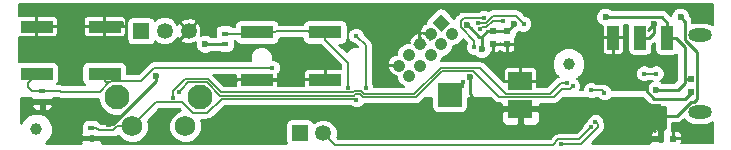
<source format=gbr>
G04 #@! TF.GenerationSoftware,KiCad,Pcbnew,(2016-12-18 revision 3ffa37c)-master*
G04 #@! TF.CreationDate,2017-04-07T22:16:59-07:00*
G04 #@! TF.ProjectId,Pensel,50656E73656C2E6B696361645F706362,rev?*
G04 #@! TF.FileFunction,Copper,L2,Bot,Signal*
G04 #@! TF.FilePolarity,Positive*
%FSLAX46Y46*%
G04 Gerber Fmt 4.6, Leading zero omitted, Abs format (unit mm)*
G04 Created by KiCad (PCBNEW (2016-12-18 revision 3ffa37c)-master) date Friday, April 07, 2017 'PMt' 10:16:59 PM*
%MOMM*%
%LPD*%
G01*
G04 APERTURE LIST*
%ADD10C,0.100000*%
%ADD11C,0.150000*%
%ADD12R,3.657600X2.032000*%
%ADD13R,1.016000X2.032000*%
%ADD14C,1.050000*%
%ADD15R,0.500000X0.600000*%
%ADD16O,2.000000X1.120000*%
%ADD17R,2.000000X2.000000*%
%ADD18R,2.000000X1.600000*%
%ADD19R,2.750000X1.000000*%
%ADD20C,2.100000*%
%ADD21C,1.750000*%
%ADD22R,0.600000X0.500000*%
%ADD23R,1.350000X1.350000*%
%ADD24C,1.350000*%
%ADD25R,0.600000X0.400000*%
%ADD26C,1.000000*%
%ADD27C,0.400000*%
%ADD28C,0.600000*%
%ADD29C,0.130000*%
%ADD30C,0.260000*%
%ADD31C,0.200000*%
%ADD32C,0.254000*%
G04 APERTURE END LIST*
D10*
D11*
X107775000Y-139250000D03*
X108475000Y-139250000D03*
X109175000Y-139250000D03*
X109175000Y-139825000D03*
X108475000Y-139825000D03*
X107775000Y-140475000D03*
X107775000Y-139825000D03*
X108475000Y-140475000D03*
X109175000Y-140475000D03*
X66425000Y-141275000D03*
X68800000Y-145200000D03*
X68800000Y-145800000D03*
X60000000Y-144700000D03*
D12*
X103250000Y-148552000D03*
D13*
X103250000Y-141948000D03*
X105536000Y-141948000D03*
X100964000Y-141948000D03*
D11*
X83700000Y-140800000D03*
X82700000Y-140800000D03*
X82700000Y-141800000D03*
D14*
X86396051Y-140703949D03*
D10*
G36*
X85653589Y-140703949D02*
X86396051Y-139961487D01*
X87138513Y-140703949D01*
X86396051Y-141446411D01*
X85653589Y-140703949D01*
X85653589Y-140703949D01*
G37*
D14*
X85498025Y-141601975D03*
X84600000Y-142500000D03*
X83701974Y-143398026D03*
X82803949Y-144296051D03*
X86396051Y-142500000D03*
X85498025Y-143398026D03*
X84600000Y-144296051D03*
X83701974Y-145194077D03*
X87294077Y-141601975D03*
D11*
X68900000Y-140600000D03*
X68200000Y-140600000D03*
X67500000Y-140600000D03*
X66800000Y-140600000D03*
X66100000Y-140600000D03*
X66100000Y-140100000D03*
X66800000Y-140100000D03*
X67500000Y-140100000D03*
X68200000Y-140100000D03*
X68900000Y-140100000D03*
X69600000Y-140100000D03*
X70400000Y-140100000D03*
X71200000Y-140100000D03*
X72000000Y-140100000D03*
X70000000Y-143100000D03*
X69300000Y-143100000D03*
X69300000Y-143700000D03*
X70000000Y-143700000D03*
X59000000Y-143600000D03*
X64100000Y-143100000D03*
X64700000Y-143100000D03*
X65300000Y-143100000D03*
X66500000Y-143700000D03*
X65900000Y-143700000D03*
X65300000Y-143700000D03*
X64700000Y-143700000D03*
X64100000Y-143700000D03*
X74600000Y-145900000D03*
X73900000Y-145900000D03*
X73200000Y-145900000D03*
X105100000Y-139300000D03*
X102900000Y-145600000D03*
X102400000Y-145600000D03*
X102400000Y-146100000D03*
X102900000Y-146100000D03*
X103400000Y-146100000D03*
X107200000Y-150500000D03*
X107700000Y-150500000D03*
X108200000Y-150500000D03*
X108700000Y-150500000D03*
X109200000Y-150500000D03*
X109200000Y-150000000D03*
X108700000Y-150000000D03*
X108200000Y-150000000D03*
X107700000Y-150000000D03*
X107200000Y-150000000D03*
X107200000Y-149500000D03*
X107700000Y-149500000D03*
X73900000Y-140100000D03*
X72900000Y-140100000D03*
X73900000Y-140700000D03*
X81700000Y-140800000D03*
X80700000Y-140800000D03*
X81700000Y-141800000D03*
X80700000Y-141800000D03*
X81700000Y-142800000D03*
X80700000Y-142800000D03*
X81700000Y-143800000D03*
X80700000Y-143800000D03*
X72900000Y-143700000D03*
X72900000Y-140700000D03*
X75900000Y-142700000D03*
X74900000Y-142700000D03*
X73900000Y-142700000D03*
X72900000Y-142700000D03*
X76900000Y-143700000D03*
X75900000Y-143700000D03*
X74900000Y-143700000D03*
X73900000Y-143700000D03*
X51900000Y-143300000D03*
X51900000Y-142600000D03*
X51900000Y-142100000D03*
X51400000Y-142100000D03*
X51400000Y-142600000D03*
X51400000Y-143100000D03*
X51400000Y-143600000D03*
X60500000Y-144900000D03*
X97600000Y-139700000D03*
X98100000Y-139700000D03*
X98600000Y-139700000D03*
X99100000Y-139700000D03*
X99100000Y-140200000D03*
X98600000Y-140200000D03*
X98100000Y-140200000D03*
X97600000Y-140200000D03*
X104300000Y-139300000D03*
X103500000Y-139300000D03*
X102700000Y-139300000D03*
X101900000Y-139300000D03*
X94100000Y-143100000D03*
X93700000Y-143100000D03*
X93300000Y-143100000D03*
X92900000Y-143100000D03*
X92100000Y-143500000D03*
X92500000Y-143500000D03*
X92900000Y-143500000D03*
X93300000Y-143500000D03*
X93700000Y-143500000D03*
X94100000Y-143500000D03*
X94500000Y-143500000D03*
X94900000Y-143900000D03*
X94500000Y-143900000D03*
X94100000Y-143900000D03*
X93700000Y-143900000D03*
X93300000Y-143900000D03*
X92900000Y-143900000D03*
X92500000Y-143900000D03*
X92100000Y-143900000D03*
X91700000Y-143900000D03*
X101400000Y-143700000D03*
X101000000Y-143700000D03*
X100600000Y-143700000D03*
X100200000Y-143700000D03*
X99800000Y-143700000D03*
X99400000Y-143700000D03*
X99400000Y-144100000D03*
X99800000Y-144100000D03*
X100200000Y-144100000D03*
X100600000Y-144100000D03*
X101000000Y-144100000D03*
X101400000Y-144100000D03*
X101400000Y-144500000D03*
X101000000Y-144500000D03*
X100600000Y-144500000D03*
X100200000Y-144500000D03*
X99800000Y-144500000D03*
X99400000Y-144500000D03*
X109200000Y-149500000D03*
X108700000Y-149500000D03*
X108200000Y-149500000D03*
D15*
X107525000Y-145450000D03*
X107525000Y-146550000D03*
D16*
X108300000Y-148255000D03*
X108300000Y-141745000D03*
D17*
X87100000Y-146800000D03*
D18*
X93100000Y-145625000D03*
X93100000Y-147975000D03*
D19*
X70825000Y-145500000D03*
X76575000Y-145500000D03*
X76575000Y-141500000D03*
X70825000Y-141500000D03*
D20*
X58940000Y-146960000D03*
D21*
X60200000Y-149450000D03*
X64700000Y-149450000D03*
D20*
X65950000Y-146960000D03*
D15*
X92000000Y-142500000D03*
X92000000Y-141400000D03*
X90800000Y-142500000D03*
X90800000Y-141400000D03*
D22*
X106050000Y-150500000D03*
X104950000Y-150500000D03*
D23*
X61000000Y-141400000D03*
D24*
X63000000Y-141400000D03*
X65000000Y-141400000D03*
D25*
X52600000Y-147350000D03*
X52600000Y-146450000D03*
X68100000Y-142500000D03*
X68100000Y-141600000D03*
X56750000Y-149550000D03*
X56750000Y-150450000D03*
D19*
X57900000Y-141000000D03*
X52150000Y-141000000D03*
X52150000Y-145000000D03*
X57900000Y-145000000D03*
D26*
X97200000Y-144200000D03*
X52100000Y-149700000D03*
D23*
X74400000Y-150000000D03*
D24*
X76400000Y-150000000D03*
D27*
X90000000Y-140300000D03*
X72100000Y-144500000D03*
X89154000Y-142748000D03*
D28*
X81100000Y-145900000D03*
X59300000Y-140800000D03*
X104394000Y-143764000D03*
X54650000Y-145275000D03*
X66399998Y-142500000D03*
X91300000Y-147600000D03*
X86500000Y-148600000D03*
X88569998Y-140835010D03*
X89838164Y-142939420D03*
X92517669Y-140803861D03*
X94600000Y-148000000D03*
X106680000Y-140208000D03*
X104394000Y-140808010D03*
X88823191Y-145281447D03*
X58300000Y-149250000D03*
X66800000Y-149000000D03*
X62200000Y-145200000D03*
D27*
X78500000Y-146184968D03*
X79200000Y-147200000D03*
D28*
X104600000Y-146400000D03*
X100330000Y-140208000D03*
D27*
X80000000Y-146200012D03*
X79200000Y-141800000D03*
X89500000Y-140700000D03*
X93400000Y-140800000D03*
X89674025Y-141229375D03*
X91600000Y-140500000D03*
X88200000Y-145700000D03*
X96500000Y-150945010D03*
X99450000Y-149050000D03*
X99082649Y-149502897D03*
X99100000Y-146400000D03*
X100200000Y-146600000D03*
X103600000Y-145000000D03*
X104600000Y-145000000D03*
X64200000Y-146500000D03*
X97536000Y-146050000D03*
X63700000Y-147004990D03*
X97028000Y-145796000D03*
D29*
X89154000Y-142748000D02*
X89154000Y-142179000D01*
X89154000Y-142179000D02*
X88034988Y-141059988D01*
X88034988Y-141059988D02*
X88034988Y-140550081D01*
X88034988Y-140550081D02*
X88285069Y-140300000D01*
X88285069Y-140300000D02*
X90000000Y-140300000D01*
X58457398Y-145600000D02*
X58342399Y-145714999D01*
X61000000Y-145600000D02*
X58457398Y-145600000D01*
X62100000Y-144500000D02*
X61000000Y-145600000D01*
X72100000Y-144500000D02*
X62100000Y-144500000D01*
X58342399Y-145714999D02*
X58285001Y-145714999D01*
X58285001Y-145714999D02*
X57500000Y-146500000D01*
X57500000Y-146500000D02*
X54200000Y-146500000D01*
X54200000Y-146500000D02*
X54150000Y-146450000D01*
X54150000Y-146450000D02*
X52600000Y-146450000D01*
X51400000Y-146100000D02*
X51750000Y-146450000D01*
X51750000Y-146450000D02*
X52600000Y-146450000D01*
X58342399Y-145714999D02*
X57984999Y-145714999D01*
X57984999Y-145714999D02*
X57900000Y-145630000D01*
X57900000Y-145630000D02*
X57900000Y-145000000D01*
X51400000Y-146100000D02*
X51400000Y-145750000D01*
X51400000Y-145750000D02*
X52150000Y-145000000D01*
D30*
X76575000Y-145769968D02*
X76499999Y-145844969D01*
X76575000Y-145500000D02*
X76575000Y-145769968D01*
X107525000Y-146600000D02*
X107015000Y-147110000D01*
X104421998Y-147110000D02*
X103800000Y-146488002D01*
X107525000Y-146550000D02*
X107525000Y-146600000D01*
X107015000Y-147110000D02*
X104421998Y-147110000D01*
X103800000Y-146488002D02*
X103800000Y-146100000D01*
X59300000Y-140800000D02*
X58100000Y-140800000D01*
X58100000Y-140800000D02*
X57900000Y-141000000D01*
X73000000Y-145500000D02*
X70825000Y-145500000D01*
X68100000Y-142500000D02*
X66399998Y-142500000D01*
X108075001Y-143176238D02*
X106999990Y-142101227D01*
X108075001Y-147090001D02*
X108075001Y-143176238D01*
X107770012Y-147394990D02*
X108075001Y-147090001D01*
X106999990Y-142101227D02*
X106999990Y-140527990D01*
X106346763Y-148552000D02*
X107503773Y-147394990D01*
X103250000Y-148552000D02*
X106346763Y-148552000D01*
X106999990Y-140527990D02*
X106979999Y-140507999D01*
X107503773Y-147394990D02*
X107770012Y-147394990D01*
X106979999Y-140507999D02*
X106680000Y-140208000D01*
X88869997Y-141135009D02*
X88569998Y-140835010D01*
X89574986Y-141839998D02*
X88869997Y-141135009D01*
X89850002Y-141839998D02*
X89574986Y-141839998D01*
X89838164Y-142515156D02*
X89838164Y-142939420D01*
X89850002Y-141839998D02*
X89838164Y-141851836D01*
X89838164Y-141851836D02*
X89838164Y-142515156D01*
X92000000Y-141350000D02*
X92517669Y-140832331D01*
X92000000Y-141400000D02*
X92000000Y-141350000D01*
X92517669Y-140832331D02*
X92517669Y-140803861D01*
X62200000Y-145200000D02*
X62200000Y-145624264D01*
X62200000Y-145624264D02*
X58574264Y-149250000D01*
X58574264Y-149250000D02*
X58300000Y-149250000D01*
X104394000Y-141572000D02*
X104394000Y-141232274D01*
X104018000Y-141948000D02*
X104394000Y-141572000D01*
X103250000Y-141948000D02*
X104018000Y-141948000D01*
X104094001Y-141108009D02*
X104394000Y-140808010D01*
X103890010Y-141312000D02*
X104094001Y-141108009D01*
X103886000Y-141312000D02*
X103890010Y-141312000D01*
X104394000Y-141232274D02*
X104394000Y-140808010D01*
X103310000Y-141440000D02*
X103550000Y-141200000D01*
X90800000Y-141400000D02*
X90290000Y-141400000D01*
X90290000Y-141400000D02*
X89850002Y-141839998D01*
X92000000Y-141400000D02*
X90800000Y-141400000D01*
X102700002Y-147050000D02*
X102049999Y-147700003D01*
X102049999Y-147700003D02*
X101750000Y-148000002D01*
X89000000Y-147000000D02*
X89100000Y-147100000D01*
X89000000Y-146900000D02*
X89000000Y-147000000D01*
X88823191Y-146723191D02*
X88823191Y-145281447D01*
X89000000Y-146900000D02*
X88823191Y-146723191D01*
X104498000Y-149800000D02*
X103250000Y-148552000D01*
D29*
X78500000Y-145902126D02*
X78500000Y-146184968D01*
X76575000Y-141500000D02*
X76575000Y-142130000D01*
X78500000Y-144055000D02*
X78500000Y-145902126D01*
X76575000Y-142130000D02*
X78500000Y-144055000D01*
X76575000Y-141500000D02*
X75200000Y-141500000D01*
X75200000Y-141500000D02*
X75100000Y-141400000D01*
X75100000Y-141400000D02*
X72430000Y-141400000D01*
X72430000Y-141400000D02*
X72330000Y-141500000D01*
X72330000Y-141500000D02*
X70825000Y-141500000D01*
X68100000Y-141600000D02*
X70725000Y-141600000D01*
X70725000Y-141600000D02*
X70825000Y-141500000D01*
X60200000Y-149450000D02*
X62250000Y-147400000D01*
X65400000Y-148350000D02*
X66550000Y-148350000D01*
X62250000Y-147400000D02*
X64450000Y-147400000D01*
X66550000Y-148350000D02*
X67800000Y-147100000D01*
X67800000Y-147100000D02*
X79100000Y-147100000D01*
X64450000Y-147400000D02*
X65400000Y-148350000D01*
X79100000Y-147100000D02*
X79200000Y-147200000D01*
X56750000Y-149550000D02*
X57180000Y-149550000D01*
X57180000Y-149550000D02*
X57415001Y-149785001D01*
X57415001Y-149785001D02*
X58627563Y-149785001D01*
X58627563Y-149785001D02*
X58962564Y-149450000D01*
X58962564Y-149450000D02*
X60200000Y-149450000D01*
D30*
X107000000Y-145400000D02*
X107000000Y-142709363D01*
X107000000Y-142709363D02*
X106238637Y-141948000D01*
X106238637Y-141948000D02*
X105536000Y-141948000D01*
X107000000Y-145400000D02*
X107000000Y-145800000D01*
X106400000Y-146400000D02*
X104600000Y-146400000D01*
X107000000Y-145800000D02*
X106400000Y-146400000D01*
X107000000Y-145435000D02*
X107000000Y-145400000D01*
X107525000Y-145450000D02*
X107015000Y-145450000D01*
X107015000Y-145450000D02*
X107000000Y-145435000D01*
X105536000Y-141948000D02*
X105536000Y-140672000D01*
X105536000Y-140672000D02*
X105072000Y-140208000D01*
X105072000Y-140208000D02*
X100330000Y-140208000D01*
D29*
X80000000Y-145917170D02*
X80000000Y-146200012D01*
X80000000Y-142600000D02*
X80000000Y-145917170D01*
X79200000Y-141800000D02*
X80000000Y-142600000D01*
X90784604Y-140100000D02*
X90184604Y-140700000D01*
X90184604Y-140700000D02*
X89782842Y-140700000D01*
X89782842Y-140700000D02*
X89500000Y-140700000D01*
X93400000Y-140800000D02*
X92700000Y-140100000D01*
X92700000Y-140100000D02*
X90784604Y-140100000D01*
X90222939Y-141029376D02*
X89874024Y-141029376D01*
X89874024Y-141029376D02*
X89674025Y-141229375D01*
X90752315Y-140500000D02*
X90222939Y-141029376D01*
X91600000Y-140500000D02*
X90752315Y-140500000D01*
X88200000Y-146130000D02*
X87770000Y-146130000D01*
X87770000Y-146130000D02*
X87100000Y-146800000D01*
X88200000Y-146130000D02*
X88200000Y-145700000D01*
X96782842Y-150945010D02*
X96500000Y-150945010D01*
X99649999Y-149520149D02*
X98225138Y-150945010D01*
X99649999Y-149249999D02*
X99649999Y-149520149D01*
X99450000Y-149050000D02*
X99649999Y-149249999D01*
X98225138Y-150945010D02*
X96782842Y-150945010D01*
X99082649Y-149502897D02*
X98035546Y-150550000D01*
X98035546Y-150550000D02*
X96310408Y-150550000D01*
X96310408Y-150550000D02*
X95860408Y-151000000D01*
X95860408Y-151000000D02*
X77400000Y-151000000D01*
X77400000Y-151000000D02*
X76400000Y-150000000D01*
X76900000Y-150550000D02*
X76400000Y-150050000D01*
X76400000Y-150050000D02*
X76400000Y-150000000D01*
X99382842Y-146400000D02*
X99100000Y-146400000D01*
X100000000Y-146400000D02*
X99382842Y-146400000D01*
X100200000Y-146600000D02*
X100000000Y-146400000D01*
X104600000Y-145000000D02*
X103600000Y-145000000D01*
X66547601Y-145714999D02*
X64985001Y-145714999D01*
X91273545Y-146939999D02*
X89079992Y-144746446D01*
X79110400Y-146705000D02*
X78975409Y-146839989D01*
X79489602Y-146705000D02*
X79110400Y-146705000D01*
X84232700Y-146960011D02*
X79744612Y-146960011D01*
X86446264Y-144746446D02*
X84232700Y-146960011D01*
X89079992Y-144746446D02*
X86446264Y-144746446D01*
X64399999Y-146300001D02*
X64200000Y-146500000D01*
X79744612Y-146960011D02*
X79489602Y-146705000D01*
X64985001Y-145714999D02*
X64399999Y-146300001D01*
X96600000Y-146310010D02*
X95970011Y-146939999D01*
X78975409Y-146839989D02*
X67672591Y-146839989D01*
X67672591Y-146839989D02*
X66547601Y-145714999D01*
X95970011Y-146939999D02*
X91273545Y-146939999D01*
X96600000Y-146310010D02*
X96520000Y-146310010D01*
X96881699Y-146310010D02*
X96600000Y-146310010D01*
X97275990Y-146310010D02*
X96881699Y-146310010D01*
X97536000Y-146050000D02*
X97275990Y-146310010D01*
X91879988Y-146679988D02*
X89686435Y-144486435D01*
X86338565Y-144486435D02*
X84125000Y-146700000D01*
X97028000Y-145796000D02*
X96504000Y-145796000D01*
X79852312Y-146700000D02*
X79597301Y-146444989D01*
X79002699Y-146444991D02*
X78895001Y-146552689D01*
X79597301Y-146444989D02*
X79002701Y-146444989D01*
X96504000Y-145796000D02*
X95620012Y-146679988D01*
X95620012Y-146679988D02*
X91879988Y-146679988D01*
X89686435Y-144486435D02*
X86338565Y-144486435D01*
X84125000Y-146700000D02*
X79852312Y-146700000D01*
X79002701Y-146444989D02*
X79002699Y-146444991D01*
X63700000Y-146722148D02*
X63700000Y-147004990D01*
X66655301Y-145454988D02*
X64662169Y-145454989D01*
X78895001Y-146552689D02*
X78867712Y-146579978D01*
X67780290Y-146579978D02*
X66655301Y-145454988D01*
X64662169Y-145454989D02*
X63700000Y-146417158D01*
X78867712Y-146579978D02*
X67780290Y-146579978D01*
X63700000Y-146417158D02*
X63700000Y-146722148D01*
X78895001Y-146552689D02*
X78873845Y-146573845D01*
D31*
G36*
X107075267Y-149010190D02*
X107421751Y-149241703D01*
X107830457Y-149323000D01*
X108769543Y-149323000D01*
X109178249Y-149241703D01*
X109392000Y-149098879D01*
X109392000Y-150892000D01*
X106732798Y-150892000D01*
X106758000Y-150831156D01*
X106758000Y-150656000D01*
X106656000Y-150554000D01*
X106104000Y-150554000D01*
X106104000Y-150574000D01*
X105996000Y-150574000D01*
X105996000Y-150554000D01*
X105976000Y-150554000D01*
X105976000Y-150446000D01*
X105996000Y-150446000D01*
X105996000Y-149944000D01*
X106104000Y-149944000D01*
X106104000Y-150446000D01*
X106656000Y-150446000D01*
X106758000Y-150344000D01*
X106758000Y-150168844D01*
X106695886Y-150018886D01*
X106581113Y-149904114D01*
X106431156Y-149842000D01*
X106206000Y-149842000D01*
X106104000Y-149944000D01*
X105996000Y-149944000D01*
X105926386Y-149874386D01*
X105933667Y-149190000D01*
X106346763Y-149190000D01*
X106590915Y-149141435D01*
X106797897Y-149003134D01*
X106961342Y-148839689D01*
X107075267Y-149010190D01*
X107075267Y-149010190D01*
G37*
X107075267Y-149010190D02*
X107421751Y-149241703D01*
X107830457Y-149323000D01*
X108769543Y-149323000D01*
X109178249Y-149241703D01*
X109392000Y-149098879D01*
X109392000Y-150892000D01*
X106732798Y-150892000D01*
X106758000Y-150831156D01*
X106758000Y-150656000D01*
X106656000Y-150554000D01*
X106104000Y-150554000D01*
X106104000Y-150574000D01*
X105996000Y-150574000D01*
X105996000Y-150554000D01*
X105976000Y-150554000D01*
X105976000Y-150446000D01*
X105996000Y-150446000D01*
X105996000Y-149944000D01*
X106104000Y-149944000D01*
X106104000Y-150446000D01*
X106656000Y-150446000D01*
X106758000Y-150344000D01*
X106758000Y-150168844D01*
X106695886Y-150018886D01*
X106581113Y-149904114D01*
X106431156Y-149842000D01*
X106206000Y-149842000D01*
X106104000Y-149944000D01*
X105996000Y-149944000D01*
X105926386Y-149874386D01*
X105933667Y-149190000D01*
X106346763Y-149190000D01*
X106590915Y-149141435D01*
X106797897Y-149003134D01*
X106961342Y-148839689D01*
X107075267Y-149010190D01*
G36*
X109392000Y-140901121D02*
X109178249Y-140758297D01*
X108769543Y-140677000D01*
X107830457Y-140677000D01*
X107637990Y-140715284D01*
X107637990Y-140527990D01*
X107589425Y-140283838D01*
X107488067Y-140132145D01*
X107488140Y-140047984D01*
X107365389Y-139750903D01*
X107138293Y-139523410D01*
X106841426Y-139400140D01*
X106519984Y-139399860D01*
X106222903Y-139522611D01*
X105995410Y-139749707D01*
X105872140Y-140046574D01*
X105872088Y-140105820D01*
X105523134Y-139756866D01*
X105316152Y-139618565D01*
X105072000Y-139570000D01*
X100834802Y-139570000D01*
X100788293Y-139523410D01*
X100491426Y-139400140D01*
X100169984Y-139399860D01*
X99872903Y-139522611D01*
X99645410Y-139749707D01*
X99522140Y-140046574D01*
X99521860Y-140368016D01*
X99644611Y-140665097D01*
X99871707Y-140892590D01*
X100048000Y-140965793D01*
X100048000Y-141792000D01*
X100150000Y-141894000D01*
X100910000Y-141894000D01*
X100910000Y-141874000D01*
X101018000Y-141874000D01*
X101018000Y-141894000D01*
X101778000Y-141894000D01*
X101880000Y-141792000D01*
X101880000Y-140850844D01*
X101877994Y-140846000D01*
X102241155Y-140846000D01*
X102224048Y-140932000D01*
X102224048Y-142964000D01*
X102263475Y-143162212D01*
X102375753Y-143330247D01*
X102543788Y-143442525D01*
X102742000Y-143481952D01*
X103758000Y-143481952D01*
X103956212Y-143442525D01*
X104124247Y-143330247D01*
X104236525Y-143162212D01*
X104275952Y-142964000D01*
X104275952Y-142528214D01*
X104469134Y-142399134D01*
X104510048Y-142358220D01*
X104510048Y-142964000D01*
X104549475Y-143162212D01*
X104661753Y-143330247D01*
X104829788Y-143442525D01*
X105028000Y-143481952D01*
X106044000Y-143481952D01*
X106242212Y-143442525D01*
X106362000Y-143362485D01*
X106362000Y-145535732D01*
X106135732Y-145762000D01*
X105104802Y-145762000D01*
X105058293Y-145715410D01*
X104890849Y-145645881D01*
X105000526Y-145600564D01*
X105199864Y-145401574D01*
X105307877Y-145141448D01*
X105308123Y-144859788D01*
X105200564Y-144599474D01*
X105001574Y-144400136D01*
X104741448Y-144292123D01*
X104459788Y-144291877D01*
X104199474Y-144399436D01*
X104171862Y-144427000D01*
X104028391Y-144427000D01*
X104001574Y-144400136D01*
X103741448Y-144292123D01*
X103459788Y-144291877D01*
X103199474Y-144399436D01*
X103000136Y-144598426D01*
X102892123Y-144858552D01*
X102891877Y-145140212D01*
X102999436Y-145400526D01*
X103198426Y-145599864D01*
X103458552Y-145707877D01*
X103740212Y-145708123D01*
X104000526Y-145600564D01*
X104028138Y-145573000D01*
X104171609Y-145573000D01*
X104198426Y-145599864D01*
X104309245Y-145645880D01*
X104142903Y-145714611D01*
X103915410Y-145941707D01*
X103792140Y-146238574D01*
X103792006Y-146392000D01*
X100880114Y-146392000D01*
X100800564Y-146199474D01*
X100601574Y-146000136D01*
X100341448Y-145892123D01*
X100251346Y-145892044D01*
X100219278Y-145870617D01*
X100000000Y-145827000D01*
X99528391Y-145827000D01*
X99501574Y-145800136D01*
X99241448Y-145692123D01*
X98959788Y-145691877D01*
X98699474Y-145799436D01*
X98500136Y-145998426D01*
X98392123Y-146258552D01*
X98392006Y-146392000D01*
X98160601Y-146392000D01*
X98243877Y-146191448D01*
X98244123Y-145909788D01*
X98136564Y-145649474D01*
X97937574Y-145450136D01*
X97849994Y-145413770D01*
X97975029Y-145362107D01*
X98360752Y-144977056D01*
X98569762Y-144473705D01*
X98570237Y-143928686D01*
X98362107Y-143424971D01*
X97977056Y-143039248D01*
X97473705Y-142830238D01*
X96928686Y-142829763D01*
X96424971Y-143037893D01*
X96039248Y-143422944D01*
X95830238Y-143926295D01*
X95829763Y-144471314D01*
X96037893Y-144975029D01*
X96321642Y-145259273D01*
X96284722Y-145266617D01*
X96144941Y-145360016D01*
X96098828Y-145390828D01*
X95382668Y-146106988D01*
X94508000Y-146106988D01*
X94508000Y-145781000D01*
X94406000Y-145679000D01*
X93154000Y-145679000D01*
X93154000Y-145699000D01*
X93046000Y-145699000D01*
X93046000Y-145679000D01*
X91794000Y-145679000D01*
X91741672Y-145731328D01*
X90754188Y-144743844D01*
X91692000Y-144743844D01*
X91692000Y-145469000D01*
X91794000Y-145571000D01*
X93046000Y-145571000D01*
X93046000Y-144519000D01*
X93154000Y-144519000D01*
X93154000Y-145571000D01*
X94406000Y-145571000D01*
X94508000Y-145469000D01*
X94508000Y-144743844D01*
X94445886Y-144593887D01*
X94331114Y-144479114D01*
X94181156Y-144417000D01*
X93256000Y-144417000D01*
X93154000Y-144519000D01*
X93046000Y-144519000D01*
X92944000Y-144417000D01*
X92018844Y-144417000D01*
X91868886Y-144479114D01*
X91754114Y-144593887D01*
X91692000Y-144743844D01*
X90754188Y-144743844D01*
X90091607Y-144081263D01*
X90002128Y-144021475D01*
X89905713Y-143957052D01*
X89686435Y-143913435D01*
X86402525Y-143913435D01*
X86530846Y-143604404D01*
X86530908Y-143533118D01*
X86600626Y-143533179D01*
X86980434Y-143376246D01*
X87271275Y-143085912D01*
X87428872Y-142706378D01*
X87428934Y-142635093D01*
X87498652Y-142635154D01*
X87878460Y-142478221D01*
X88169301Y-142187887D01*
X88223065Y-142058409D01*
X88541504Y-142376848D01*
X88446123Y-142606552D01*
X88445877Y-142888212D01*
X88553436Y-143148526D01*
X88752426Y-143347864D01*
X89012552Y-143455877D01*
X89212205Y-143456051D01*
X89379871Y-143624010D01*
X89676738Y-143747280D01*
X89998180Y-143747560D01*
X90295261Y-143624809D01*
X90522754Y-143397713D01*
X90601530Y-143208000D01*
X90644000Y-143208000D01*
X90746000Y-143106000D01*
X90746000Y-142554000D01*
X90854000Y-142554000D01*
X90854000Y-143106000D01*
X90956000Y-143208000D01*
X91131156Y-143208000D01*
X91281114Y-143145886D01*
X91395886Y-143031113D01*
X91400000Y-143021181D01*
X91404114Y-143031113D01*
X91518886Y-143145886D01*
X91668844Y-143208000D01*
X91844000Y-143208000D01*
X91946000Y-143106000D01*
X91946000Y-142554000D01*
X92054000Y-142554000D01*
X92054000Y-143106000D01*
X92156000Y-143208000D01*
X92331156Y-143208000D01*
X92481114Y-143145886D01*
X92595886Y-143031113D01*
X92658000Y-142881156D01*
X92658000Y-142656000D01*
X92556000Y-142554000D01*
X92054000Y-142554000D01*
X91946000Y-142554000D01*
X91444000Y-142554000D01*
X91400000Y-142598000D01*
X91356000Y-142554000D01*
X90854000Y-142554000D01*
X90746000Y-142554000D01*
X90726000Y-142554000D01*
X90726000Y-142446000D01*
X90746000Y-142446000D01*
X90746000Y-142426000D01*
X90854000Y-142426000D01*
X90854000Y-142446000D01*
X91356000Y-142446000D01*
X91400000Y-142402000D01*
X91444000Y-142446000D01*
X91946000Y-142446000D01*
X91946000Y-142426000D01*
X92054000Y-142426000D01*
X92054000Y-142446000D01*
X92556000Y-142446000D01*
X92658000Y-142344000D01*
X92658000Y-142118844D01*
X92651852Y-142104000D01*
X100048000Y-142104000D01*
X100048000Y-143045156D01*
X100110114Y-143195114D01*
X100224887Y-143309886D01*
X100374844Y-143372000D01*
X100808000Y-143372000D01*
X100910000Y-143270000D01*
X100910000Y-142002000D01*
X101018000Y-142002000D01*
X101018000Y-143270000D01*
X101120000Y-143372000D01*
X101553156Y-143372000D01*
X101703113Y-143309886D01*
X101817886Y-143195114D01*
X101880000Y-143045156D01*
X101880000Y-142104000D01*
X101778000Y-142002000D01*
X101018000Y-142002000D01*
X100910000Y-142002000D01*
X100150000Y-142002000D01*
X100048000Y-142104000D01*
X92651852Y-142104000D01*
X92628573Y-142047800D01*
X92728525Y-141898212D01*
X92767952Y-141700000D01*
X92767952Y-141574704D01*
X92974766Y-141489250D01*
X93044954Y-141419184D01*
X93258552Y-141507877D01*
X93540212Y-141508123D01*
X93800526Y-141400564D01*
X93999864Y-141201574D01*
X94107877Y-140941448D01*
X94108123Y-140659788D01*
X94000564Y-140399474D01*
X93801574Y-140200136D01*
X93541448Y-140092123D01*
X93502433Y-140092089D01*
X93105172Y-139694828D01*
X92919278Y-139570617D01*
X92700000Y-139527000D01*
X90784604Y-139527000D01*
X90565326Y-139570617D01*
X90383019Y-139692431D01*
X90141448Y-139592123D01*
X89859788Y-139591877D01*
X89599474Y-139699436D01*
X89571862Y-139727000D01*
X88285069Y-139727000D01*
X88065791Y-139770617D01*
X87917056Y-139869999D01*
X87879897Y-139894828D01*
X87629816Y-140144909D01*
X87505605Y-140330803D01*
X87504320Y-140337262D01*
X86762298Y-139595240D01*
X86594263Y-139482962D01*
X86396051Y-139443535D01*
X86197839Y-139482962D01*
X86029804Y-139595240D01*
X85287342Y-140337702D01*
X85175064Y-140505737D01*
X85135637Y-140703949D01*
X85142633Y-140739120D01*
X84955742Y-140820399D01*
X84697925Y-141087416D01*
X84568420Y-141400067D01*
X84650464Y-141547975D01*
X85444025Y-141547975D01*
X85444025Y-141226879D01*
X85552025Y-141334879D01*
X85552025Y-141471605D01*
X85512166Y-141511464D01*
X85588536Y-141587834D01*
X85628395Y-141547975D01*
X85765121Y-141547975D01*
X85832353Y-141615207D01*
X85811668Y-141623754D01*
X85779391Y-141655975D01*
X85628395Y-141655975D01*
X85588536Y-141616116D01*
X85512166Y-141692486D01*
X85552025Y-141732345D01*
X85552025Y-141882944D01*
X85520827Y-141914088D01*
X85444025Y-142099047D01*
X85444025Y-141732345D01*
X85483884Y-141692486D01*
X85407514Y-141616116D01*
X85367655Y-141655975D01*
X85008515Y-141655975D01*
X84801908Y-141570395D01*
X84654000Y-141652439D01*
X84654000Y-141655975D01*
X84650464Y-141655975D01*
X84568420Y-141803883D01*
X84654000Y-142000664D01*
X84654000Y-142369630D01*
X84614141Y-142409489D01*
X84690511Y-142485859D01*
X84730370Y-142446000D01*
X85089510Y-142446000D01*
X85093272Y-142447559D01*
X84913642Y-142521780D01*
X84881366Y-142554000D01*
X84730370Y-142554000D01*
X84690511Y-142514141D01*
X84614141Y-142590511D01*
X84654000Y-142630370D01*
X84654000Y-142780969D01*
X84622801Y-142812114D01*
X84600139Y-142866691D01*
X84578220Y-142813643D01*
X84546000Y-142781367D01*
X84546000Y-142630370D01*
X84585859Y-142590511D01*
X84509489Y-142514141D01*
X84469630Y-142554000D01*
X84319030Y-142554000D01*
X84287886Y-142522802D01*
X84102927Y-142446000D01*
X84546000Y-142446000D01*
X84546000Y-141652439D01*
X84398092Y-141570395D01*
X84057717Y-141718424D01*
X83799900Y-141985441D01*
X83670395Y-142298092D01*
X83707525Y-142365030D01*
X83497399Y-142364847D01*
X83117591Y-142521780D01*
X82826750Y-142812114D01*
X82669153Y-143191648D01*
X82668968Y-143403570D01*
X82602041Y-143366446D01*
X82261666Y-143514475D01*
X82003849Y-143781492D01*
X81874344Y-144094143D01*
X81956388Y-144242051D01*
X82749949Y-144242051D01*
X82749949Y-143799009D01*
X82825728Y-143982409D01*
X82857949Y-144014686D01*
X82857949Y-144165681D01*
X82818090Y-144205540D01*
X82894460Y-144281910D01*
X82934319Y-144242051D01*
X83084917Y-144242051D01*
X83116062Y-144273250D01*
X83170639Y-144295912D01*
X83117591Y-144317831D01*
X83085315Y-144350051D01*
X82934319Y-144350051D01*
X82894460Y-144310192D01*
X82818090Y-144386562D01*
X82857949Y-144426421D01*
X82857949Y-144577020D01*
X82826750Y-144608165D01*
X82749949Y-144793122D01*
X82749949Y-144350051D01*
X81956388Y-144350051D01*
X81874344Y-144497959D01*
X82022373Y-144838334D01*
X82289390Y-145096151D01*
X82602041Y-145225656D01*
X82668978Y-145188526D01*
X82668795Y-145398652D01*
X82825728Y-145778460D01*
X83116062Y-146069301D01*
X83255016Y-146127000D01*
X80708064Y-146127000D01*
X80708123Y-146059800D01*
X80600564Y-145799486D01*
X80573000Y-145771874D01*
X80573000Y-142600000D01*
X80529383Y-142380722D01*
X80405172Y-142194828D01*
X79908090Y-141697746D01*
X79908123Y-141659788D01*
X79800564Y-141399474D01*
X79601574Y-141200136D01*
X79341448Y-141092123D01*
X79059788Y-141091877D01*
X78799474Y-141199436D01*
X78600136Y-141398426D01*
X78492123Y-141658552D01*
X78491877Y-141940212D01*
X78599436Y-142200526D01*
X78798426Y-142399864D01*
X79058552Y-142507877D01*
X79097567Y-142507911D01*
X79331771Y-142742115D01*
X79010278Y-142741834D01*
X78658046Y-142887374D01*
X78400157Y-143144813D01*
X77773296Y-142517952D01*
X77950000Y-142517952D01*
X78148212Y-142478525D01*
X78316247Y-142366247D01*
X78428525Y-142198212D01*
X78467952Y-142000000D01*
X78467952Y-141000000D01*
X78428525Y-140801788D01*
X78316247Y-140633753D01*
X78148212Y-140521475D01*
X77950000Y-140482048D01*
X75200000Y-140482048D01*
X75001788Y-140521475D01*
X74833753Y-140633753D01*
X74721475Y-140801788D01*
X74716460Y-140827000D01*
X72683540Y-140827000D01*
X72678525Y-140801788D01*
X72566247Y-140633753D01*
X72398212Y-140521475D01*
X72200000Y-140482048D01*
X69450000Y-140482048D01*
X69251788Y-140521475D01*
X69083753Y-140633753D01*
X68971475Y-140801788D01*
X68932048Y-141000000D01*
X68932048Y-141027000D01*
X68756140Y-141027000D01*
X68598212Y-140921475D01*
X68400000Y-140882048D01*
X67800000Y-140882048D01*
X67601788Y-140921475D01*
X67433753Y-141033753D01*
X67321475Y-141201788D01*
X67282048Y-141400000D01*
X67282048Y-141800000D01*
X67294381Y-141862000D01*
X66904800Y-141862000D01*
X66858291Y-141815410D01*
X66561424Y-141692140D01*
X66239982Y-141691860D01*
X66012064Y-141786033D01*
X66085028Y-141604958D01*
X66080870Y-141174134D01*
X65924002Y-140795421D01*
X65745829Y-140730539D01*
X65076368Y-141400000D01*
X65090510Y-141414142D01*
X65014142Y-141490510D01*
X65000000Y-141476368D01*
X64330539Y-142145829D01*
X64395421Y-142324002D01*
X64795042Y-142485028D01*
X65225866Y-142480870D01*
X65596861Y-142327199D01*
X65592138Y-142338574D01*
X65591858Y-142660016D01*
X65714609Y-142957097D01*
X65941705Y-143184590D01*
X66238572Y-143307860D01*
X66560014Y-143308140D01*
X66857095Y-143185389D01*
X66904567Y-143138000D01*
X67541138Y-143138000D01*
X67601788Y-143178525D01*
X67800000Y-143217952D01*
X68400000Y-143217952D01*
X68598212Y-143178525D01*
X68766247Y-143066247D01*
X68878525Y-142898212D01*
X68917952Y-142700000D01*
X68917952Y-142300000D01*
X68892690Y-142173000D01*
X68966460Y-142173000D01*
X68971475Y-142198212D01*
X69083753Y-142366247D01*
X69251788Y-142478525D01*
X69450000Y-142517952D01*
X72200000Y-142517952D01*
X72398212Y-142478525D01*
X72566247Y-142366247D01*
X72678525Y-142198212D01*
X72717952Y-142000000D01*
X72717952Y-141973000D01*
X74682048Y-141973000D01*
X74682048Y-142000000D01*
X74721475Y-142198212D01*
X74833753Y-142366247D01*
X75001788Y-142478525D01*
X75200000Y-142517952D01*
X76158322Y-142517952D01*
X76169828Y-142535172D01*
X77927000Y-144292344D01*
X77927000Y-144592000D01*
X76731000Y-144592000D01*
X76629000Y-144694000D01*
X76629000Y-145446000D01*
X76649000Y-145446000D01*
X76649000Y-145554000D01*
X76629000Y-145554000D01*
X76629000Y-145574000D01*
X76521000Y-145574000D01*
X76521000Y-145554000D01*
X74894000Y-145554000D01*
X74792000Y-145656000D01*
X74792000Y-146006978D01*
X72608000Y-146006978D01*
X72608000Y-145656000D01*
X72506000Y-145554000D01*
X70879000Y-145554000D01*
X70879000Y-145574000D01*
X70771000Y-145574000D01*
X70771000Y-145554000D01*
X69144000Y-145554000D01*
X69042000Y-145656000D01*
X69042000Y-146006978D01*
X68017634Y-146006978D01*
X67083657Y-145073000D01*
X69042000Y-145073000D01*
X69042000Y-145344000D01*
X69144000Y-145446000D01*
X70771000Y-145446000D01*
X70771000Y-145426000D01*
X70879000Y-145426000D01*
X70879000Y-145446000D01*
X72506000Y-145446000D01*
X72608000Y-145344000D01*
X72608000Y-144993278D01*
X72682563Y-144918844D01*
X74792000Y-144918844D01*
X74792000Y-145344000D01*
X74894000Y-145446000D01*
X76521000Y-145446000D01*
X76521000Y-144694000D01*
X76419000Y-144592000D01*
X75118844Y-144592000D01*
X74968887Y-144654114D01*
X74854114Y-144768886D01*
X74792000Y-144918844D01*
X72682563Y-144918844D01*
X72699864Y-144901574D01*
X72807877Y-144641448D01*
X72808123Y-144359788D01*
X72700564Y-144099474D01*
X72501574Y-143900136D01*
X72241448Y-143792123D01*
X72157920Y-143792050D01*
X72158166Y-143510278D01*
X72012626Y-143158046D01*
X71743372Y-142888321D01*
X71391394Y-142742167D01*
X71010278Y-142741834D01*
X70658046Y-142887374D01*
X70388321Y-143156628D01*
X70242167Y-143508606D01*
X70241834Y-143889722D01*
X70257237Y-143927000D01*
X62100000Y-143927000D01*
X61880722Y-143970617D01*
X61754435Y-144055000D01*
X61694828Y-144094828D01*
X60762656Y-145027000D01*
X59792952Y-145027000D01*
X59792952Y-144500000D01*
X59753525Y-144301788D01*
X59641247Y-144133753D01*
X59473212Y-144021475D01*
X59275000Y-143982048D01*
X56525000Y-143982048D01*
X56326788Y-144021475D01*
X56158753Y-144133753D01*
X56046475Y-144301788D01*
X56007048Y-144500000D01*
X56007048Y-145500000D01*
X56046475Y-145698212D01*
X56158753Y-145866247D01*
X56249676Y-145927000D01*
X54378831Y-145927000D01*
X54369278Y-145920617D01*
X54150000Y-145877000D01*
X53875154Y-145877000D01*
X53891247Y-145866247D01*
X54003525Y-145698212D01*
X54042952Y-145500000D01*
X54042952Y-144500000D01*
X54003525Y-144301788D01*
X53891247Y-144133753D01*
X53723212Y-144021475D01*
X53525000Y-143982048D01*
X50775000Y-143982048D01*
X50608000Y-144015267D01*
X50608000Y-141872442D01*
X50693844Y-141908000D01*
X51994000Y-141908000D01*
X52096000Y-141806000D01*
X52096000Y-141054000D01*
X52204000Y-141054000D01*
X52204000Y-141806000D01*
X52306000Y-141908000D01*
X53606156Y-141908000D01*
X53756113Y-141845886D01*
X53870886Y-141731114D01*
X53933000Y-141581156D01*
X53933000Y-141156000D01*
X56117000Y-141156000D01*
X56117000Y-141581156D01*
X56179114Y-141731114D01*
X56293887Y-141845886D01*
X56443844Y-141908000D01*
X57744000Y-141908000D01*
X57846000Y-141806000D01*
X57846000Y-141054000D01*
X57954000Y-141054000D01*
X57954000Y-141806000D01*
X58056000Y-141908000D01*
X59356156Y-141908000D01*
X59506113Y-141845886D01*
X59620886Y-141731114D01*
X59683000Y-141581156D01*
X59683000Y-141156000D01*
X59581000Y-141054000D01*
X57954000Y-141054000D01*
X57846000Y-141054000D01*
X56219000Y-141054000D01*
X56117000Y-141156000D01*
X53933000Y-141156000D01*
X53831000Y-141054000D01*
X52204000Y-141054000D01*
X52096000Y-141054000D01*
X52076000Y-141054000D01*
X52076000Y-140946000D01*
X52096000Y-140946000D01*
X52096000Y-140194000D01*
X52204000Y-140194000D01*
X52204000Y-140946000D01*
X53831000Y-140946000D01*
X53933000Y-140844000D01*
X53933000Y-140418844D01*
X56117000Y-140418844D01*
X56117000Y-140844000D01*
X56219000Y-140946000D01*
X57846000Y-140946000D01*
X57846000Y-140194000D01*
X57954000Y-140194000D01*
X57954000Y-140946000D01*
X59581000Y-140946000D01*
X59683000Y-140844000D01*
X59683000Y-140725000D01*
X59807048Y-140725000D01*
X59807048Y-142075000D01*
X59846475Y-142273212D01*
X59958753Y-142441247D01*
X60126788Y-142553525D01*
X60325000Y-142592952D01*
X61675000Y-142592952D01*
X61873212Y-142553525D01*
X62041247Y-142441247D01*
X62153525Y-142273212D01*
X62161269Y-142234280D01*
X62329010Y-142402314D01*
X62763654Y-142582794D01*
X63234281Y-142583205D01*
X63669240Y-142403483D01*
X64002314Y-142070990D01*
X64052973Y-141948991D01*
X64075998Y-142004579D01*
X64254171Y-142069461D01*
X64923632Y-141400000D01*
X64254171Y-140730539D01*
X64075998Y-140795421D01*
X64053387Y-140851536D01*
X64003483Y-140730760D01*
X63927028Y-140654171D01*
X64330539Y-140654171D01*
X65000000Y-141323632D01*
X65669461Y-140654171D01*
X65604579Y-140475998D01*
X65204958Y-140314972D01*
X64774134Y-140319130D01*
X64395421Y-140475998D01*
X64330539Y-140654171D01*
X63927028Y-140654171D01*
X63670990Y-140397686D01*
X63236346Y-140217206D01*
X62765719Y-140216795D01*
X62330760Y-140396517D01*
X62161268Y-140565714D01*
X62153525Y-140526788D01*
X62041247Y-140358753D01*
X61873212Y-140246475D01*
X61675000Y-140207048D01*
X60325000Y-140207048D01*
X60126788Y-140246475D01*
X59958753Y-140358753D01*
X59846475Y-140526788D01*
X59807048Y-140725000D01*
X59683000Y-140725000D01*
X59683000Y-140418844D01*
X59620886Y-140268886D01*
X59506113Y-140154114D01*
X59356156Y-140092000D01*
X58056000Y-140092000D01*
X57954000Y-140194000D01*
X57846000Y-140194000D01*
X57744000Y-140092000D01*
X56443844Y-140092000D01*
X56293887Y-140154114D01*
X56179114Y-140268886D01*
X56117000Y-140418844D01*
X53933000Y-140418844D01*
X53870886Y-140268886D01*
X53756113Y-140154114D01*
X53606156Y-140092000D01*
X52306000Y-140092000D01*
X52204000Y-140194000D01*
X52096000Y-140194000D01*
X51994000Y-140092000D01*
X50693844Y-140092000D01*
X50608000Y-140127558D01*
X50608000Y-139108000D01*
X109392000Y-139108000D01*
X109392000Y-140901121D01*
X109392000Y-140901121D01*
G37*
X109392000Y-140901121D02*
X109178249Y-140758297D01*
X108769543Y-140677000D01*
X107830457Y-140677000D01*
X107637990Y-140715284D01*
X107637990Y-140527990D01*
X107589425Y-140283838D01*
X107488067Y-140132145D01*
X107488140Y-140047984D01*
X107365389Y-139750903D01*
X107138293Y-139523410D01*
X106841426Y-139400140D01*
X106519984Y-139399860D01*
X106222903Y-139522611D01*
X105995410Y-139749707D01*
X105872140Y-140046574D01*
X105872088Y-140105820D01*
X105523134Y-139756866D01*
X105316152Y-139618565D01*
X105072000Y-139570000D01*
X100834802Y-139570000D01*
X100788293Y-139523410D01*
X100491426Y-139400140D01*
X100169984Y-139399860D01*
X99872903Y-139522611D01*
X99645410Y-139749707D01*
X99522140Y-140046574D01*
X99521860Y-140368016D01*
X99644611Y-140665097D01*
X99871707Y-140892590D01*
X100048000Y-140965793D01*
X100048000Y-141792000D01*
X100150000Y-141894000D01*
X100910000Y-141894000D01*
X100910000Y-141874000D01*
X101018000Y-141874000D01*
X101018000Y-141894000D01*
X101778000Y-141894000D01*
X101880000Y-141792000D01*
X101880000Y-140850844D01*
X101877994Y-140846000D01*
X102241155Y-140846000D01*
X102224048Y-140932000D01*
X102224048Y-142964000D01*
X102263475Y-143162212D01*
X102375753Y-143330247D01*
X102543788Y-143442525D01*
X102742000Y-143481952D01*
X103758000Y-143481952D01*
X103956212Y-143442525D01*
X104124247Y-143330247D01*
X104236525Y-143162212D01*
X104275952Y-142964000D01*
X104275952Y-142528214D01*
X104469134Y-142399134D01*
X104510048Y-142358220D01*
X104510048Y-142964000D01*
X104549475Y-143162212D01*
X104661753Y-143330247D01*
X104829788Y-143442525D01*
X105028000Y-143481952D01*
X106044000Y-143481952D01*
X106242212Y-143442525D01*
X106362000Y-143362485D01*
X106362000Y-145535732D01*
X106135732Y-145762000D01*
X105104802Y-145762000D01*
X105058293Y-145715410D01*
X104890849Y-145645881D01*
X105000526Y-145600564D01*
X105199864Y-145401574D01*
X105307877Y-145141448D01*
X105308123Y-144859788D01*
X105200564Y-144599474D01*
X105001574Y-144400136D01*
X104741448Y-144292123D01*
X104459788Y-144291877D01*
X104199474Y-144399436D01*
X104171862Y-144427000D01*
X104028391Y-144427000D01*
X104001574Y-144400136D01*
X103741448Y-144292123D01*
X103459788Y-144291877D01*
X103199474Y-144399436D01*
X103000136Y-144598426D01*
X102892123Y-144858552D01*
X102891877Y-145140212D01*
X102999436Y-145400526D01*
X103198426Y-145599864D01*
X103458552Y-145707877D01*
X103740212Y-145708123D01*
X104000526Y-145600564D01*
X104028138Y-145573000D01*
X104171609Y-145573000D01*
X104198426Y-145599864D01*
X104309245Y-145645880D01*
X104142903Y-145714611D01*
X103915410Y-145941707D01*
X103792140Y-146238574D01*
X103792006Y-146392000D01*
X100880114Y-146392000D01*
X100800564Y-146199474D01*
X100601574Y-146000136D01*
X100341448Y-145892123D01*
X100251346Y-145892044D01*
X100219278Y-145870617D01*
X100000000Y-145827000D01*
X99528391Y-145827000D01*
X99501574Y-145800136D01*
X99241448Y-145692123D01*
X98959788Y-145691877D01*
X98699474Y-145799436D01*
X98500136Y-145998426D01*
X98392123Y-146258552D01*
X98392006Y-146392000D01*
X98160601Y-146392000D01*
X98243877Y-146191448D01*
X98244123Y-145909788D01*
X98136564Y-145649474D01*
X97937574Y-145450136D01*
X97849994Y-145413770D01*
X97975029Y-145362107D01*
X98360752Y-144977056D01*
X98569762Y-144473705D01*
X98570237Y-143928686D01*
X98362107Y-143424971D01*
X97977056Y-143039248D01*
X97473705Y-142830238D01*
X96928686Y-142829763D01*
X96424971Y-143037893D01*
X96039248Y-143422944D01*
X95830238Y-143926295D01*
X95829763Y-144471314D01*
X96037893Y-144975029D01*
X96321642Y-145259273D01*
X96284722Y-145266617D01*
X96144941Y-145360016D01*
X96098828Y-145390828D01*
X95382668Y-146106988D01*
X94508000Y-146106988D01*
X94508000Y-145781000D01*
X94406000Y-145679000D01*
X93154000Y-145679000D01*
X93154000Y-145699000D01*
X93046000Y-145699000D01*
X93046000Y-145679000D01*
X91794000Y-145679000D01*
X91741672Y-145731328D01*
X90754188Y-144743844D01*
X91692000Y-144743844D01*
X91692000Y-145469000D01*
X91794000Y-145571000D01*
X93046000Y-145571000D01*
X93046000Y-144519000D01*
X93154000Y-144519000D01*
X93154000Y-145571000D01*
X94406000Y-145571000D01*
X94508000Y-145469000D01*
X94508000Y-144743844D01*
X94445886Y-144593887D01*
X94331114Y-144479114D01*
X94181156Y-144417000D01*
X93256000Y-144417000D01*
X93154000Y-144519000D01*
X93046000Y-144519000D01*
X92944000Y-144417000D01*
X92018844Y-144417000D01*
X91868886Y-144479114D01*
X91754114Y-144593887D01*
X91692000Y-144743844D01*
X90754188Y-144743844D01*
X90091607Y-144081263D01*
X90002128Y-144021475D01*
X89905713Y-143957052D01*
X89686435Y-143913435D01*
X86402525Y-143913435D01*
X86530846Y-143604404D01*
X86530908Y-143533118D01*
X86600626Y-143533179D01*
X86980434Y-143376246D01*
X87271275Y-143085912D01*
X87428872Y-142706378D01*
X87428934Y-142635093D01*
X87498652Y-142635154D01*
X87878460Y-142478221D01*
X88169301Y-142187887D01*
X88223065Y-142058409D01*
X88541504Y-142376848D01*
X88446123Y-142606552D01*
X88445877Y-142888212D01*
X88553436Y-143148526D01*
X88752426Y-143347864D01*
X89012552Y-143455877D01*
X89212205Y-143456051D01*
X89379871Y-143624010D01*
X89676738Y-143747280D01*
X89998180Y-143747560D01*
X90295261Y-143624809D01*
X90522754Y-143397713D01*
X90601530Y-143208000D01*
X90644000Y-143208000D01*
X90746000Y-143106000D01*
X90746000Y-142554000D01*
X90854000Y-142554000D01*
X90854000Y-143106000D01*
X90956000Y-143208000D01*
X91131156Y-143208000D01*
X91281114Y-143145886D01*
X91395886Y-143031113D01*
X91400000Y-143021181D01*
X91404114Y-143031113D01*
X91518886Y-143145886D01*
X91668844Y-143208000D01*
X91844000Y-143208000D01*
X91946000Y-143106000D01*
X91946000Y-142554000D01*
X92054000Y-142554000D01*
X92054000Y-143106000D01*
X92156000Y-143208000D01*
X92331156Y-143208000D01*
X92481114Y-143145886D01*
X92595886Y-143031113D01*
X92658000Y-142881156D01*
X92658000Y-142656000D01*
X92556000Y-142554000D01*
X92054000Y-142554000D01*
X91946000Y-142554000D01*
X91444000Y-142554000D01*
X91400000Y-142598000D01*
X91356000Y-142554000D01*
X90854000Y-142554000D01*
X90746000Y-142554000D01*
X90726000Y-142554000D01*
X90726000Y-142446000D01*
X90746000Y-142446000D01*
X90746000Y-142426000D01*
X90854000Y-142426000D01*
X90854000Y-142446000D01*
X91356000Y-142446000D01*
X91400000Y-142402000D01*
X91444000Y-142446000D01*
X91946000Y-142446000D01*
X91946000Y-142426000D01*
X92054000Y-142426000D01*
X92054000Y-142446000D01*
X92556000Y-142446000D01*
X92658000Y-142344000D01*
X92658000Y-142118844D01*
X92651852Y-142104000D01*
X100048000Y-142104000D01*
X100048000Y-143045156D01*
X100110114Y-143195114D01*
X100224887Y-143309886D01*
X100374844Y-143372000D01*
X100808000Y-143372000D01*
X100910000Y-143270000D01*
X100910000Y-142002000D01*
X101018000Y-142002000D01*
X101018000Y-143270000D01*
X101120000Y-143372000D01*
X101553156Y-143372000D01*
X101703113Y-143309886D01*
X101817886Y-143195114D01*
X101880000Y-143045156D01*
X101880000Y-142104000D01*
X101778000Y-142002000D01*
X101018000Y-142002000D01*
X100910000Y-142002000D01*
X100150000Y-142002000D01*
X100048000Y-142104000D01*
X92651852Y-142104000D01*
X92628573Y-142047800D01*
X92728525Y-141898212D01*
X92767952Y-141700000D01*
X92767952Y-141574704D01*
X92974766Y-141489250D01*
X93044954Y-141419184D01*
X93258552Y-141507877D01*
X93540212Y-141508123D01*
X93800526Y-141400564D01*
X93999864Y-141201574D01*
X94107877Y-140941448D01*
X94108123Y-140659788D01*
X94000564Y-140399474D01*
X93801574Y-140200136D01*
X93541448Y-140092123D01*
X93502433Y-140092089D01*
X93105172Y-139694828D01*
X92919278Y-139570617D01*
X92700000Y-139527000D01*
X90784604Y-139527000D01*
X90565326Y-139570617D01*
X90383019Y-139692431D01*
X90141448Y-139592123D01*
X89859788Y-139591877D01*
X89599474Y-139699436D01*
X89571862Y-139727000D01*
X88285069Y-139727000D01*
X88065791Y-139770617D01*
X87917056Y-139869999D01*
X87879897Y-139894828D01*
X87629816Y-140144909D01*
X87505605Y-140330803D01*
X87504320Y-140337262D01*
X86762298Y-139595240D01*
X86594263Y-139482962D01*
X86396051Y-139443535D01*
X86197839Y-139482962D01*
X86029804Y-139595240D01*
X85287342Y-140337702D01*
X85175064Y-140505737D01*
X85135637Y-140703949D01*
X85142633Y-140739120D01*
X84955742Y-140820399D01*
X84697925Y-141087416D01*
X84568420Y-141400067D01*
X84650464Y-141547975D01*
X85444025Y-141547975D01*
X85444025Y-141226879D01*
X85552025Y-141334879D01*
X85552025Y-141471605D01*
X85512166Y-141511464D01*
X85588536Y-141587834D01*
X85628395Y-141547975D01*
X85765121Y-141547975D01*
X85832353Y-141615207D01*
X85811668Y-141623754D01*
X85779391Y-141655975D01*
X85628395Y-141655975D01*
X85588536Y-141616116D01*
X85512166Y-141692486D01*
X85552025Y-141732345D01*
X85552025Y-141882944D01*
X85520827Y-141914088D01*
X85444025Y-142099047D01*
X85444025Y-141732345D01*
X85483884Y-141692486D01*
X85407514Y-141616116D01*
X85367655Y-141655975D01*
X85008515Y-141655975D01*
X84801908Y-141570395D01*
X84654000Y-141652439D01*
X84654000Y-141655975D01*
X84650464Y-141655975D01*
X84568420Y-141803883D01*
X84654000Y-142000664D01*
X84654000Y-142369630D01*
X84614141Y-142409489D01*
X84690511Y-142485859D01*
X84730370Y-142446000D01*
X85089510Y-142446000D01*
X85093272Y-142447559D01*
X84913642Y-142521780D01*
X84881366Y-142554000D01*
X84730370Y-142554000D01*
X84690511Y-142514141D01*
X84614141Y-142590511D01*
X84654000Y-142630370D01*
X84654000Y-142780969D01*
X84622801Y-142812114D01*
X84600139Y-142866691D01*
X84578220Y-142813643D01*
X84546000Y-142781367D01*
X84546000Y-142630370D01*
X84585859Y-142590511D01*
X84509489Y-142514141D01*
X84469630Y-142554000D01*
X84319030Y-142554000D01*
X84287886Y-142522802D01*
X84102927Y-142446000D01*
X84546000Y-142446000D01*
X84546000Y-141652439D01*
X84398092Y-141570395D01*
X84057717Y-141718424D01*
X83799900Y-141985441D01*
X83670395Y-142298092D01*
X83707525Y-142365030D01*
X83497399Y-142364847D01*
X83117591Y-142521780D01*
X82826750Y-142812114D01*
X82669153Y-143191648D01*
X82668968Y-143403570D01*
X82602041Y-143366446D01*
X82261666Y-143514475D01*
X82003849Y-143781492D01*
X81874344Y-144094143D01*
X81956388Y-144242051D01*
X82749949Y-144242051D01*
X82749949Y-143799009D01*
X82825728Y-143982409D01*
X82857949Y-144014686D01*
X82857949Y-144165681D01*
X82818090Y-144205540D01*
X82894460Y-144281910D01*
X82934319Y-144242051D01*
X83084917Y-144242051D01*
X83116062Y-144273250D01*
X83170639Y-144295912D01*
X83117591Y-144317831D01*
X83085315Y-144350051D01*
X82934319Y-144350051D01*
X82894460Y-144310192D01*
X82818090Y-144386562D01*
X82857949Y-144426421D01*
X82857949Y-144577020D01*
X82826750Y-144608165D01*
X82749949Y-144793122D01*
X82749949Y-144350051D01*
X81956388Y-144350051D01*
X81874344Y-144497959D01*
X82022373Y-144838334D01*
X82289390Y-145096151D01*
X82602041Y-145225656D01*
X82668978Y-145188526D01*
X82668795Y-145398652D01*
X82825728Y-145778460D01*
X83116062Y-146069301D01*
X83255016Y-146127000D01*
X80708064Y-146127000D01*
X80708123Y-146059800D01*
X80600564Y-145799486D01*
X80573000Y-145771874D01*
X80573000Y-142600000D01*
X80529383Y-142380722D01*
X80405172Y-142194828D01*
X79908090Y-141697746D01*
X79908123Y-141659788D01*
X79800564Y-141399474D01*
X79601574Y-141200136D01*
X79341448Y-141092123D01*
X79059788Y-141091877D01*
X78799474Y-141199436D01*
X78600136Y-141398426D01*
X78492123Y-141658552D01*
X78491877Y-141940212D01*
X78599436Y-142200526D01*
X78798426Y-142399864D01*
X79058552Y-142507877D01*
X79097567Y-142507911D01*
X79331771Y-142742115D01*
X79010278Y-142741834D01*
X78658046Y-142887374D01*
X78400157Y-143144813D01*
X77773296Y-142517952D01*
X77950000Y-142517952D01*
X78148212Y-142478525D01*
X78316247Y-142366247D01*
X78428525Y-142198212D01*
X78467952Y-142000000D01*
X78467952Y-141000000D01*
X78428525Y-140801788D01*
X78316247Y-140633753D01*
X78148212Y-140521475D01*
X77950000Y-140482048D01*
X75200000Y-140482048D01*
X75001788Y-140521475D01*
X74833753Y-140633753D01*
X74721475Y-140801788D01*
X74716460Y-140827000D01*
X72683540Y-140827000D01*
X72678525Y-140801788D01*
X72566247Y-140633753D01*
X72398212Y-140521475D01*
X72200000Y-140482048D01*
X69450000Y-140482048D01*
X69251788Y-140521475D01*
X69083753Y-140633753D01*
X68971475Y-140801788D01*
X68932048Y-141000000D01*
X68932048Y-141027000D01*
X68756140Y-141027000D01*
X68598212Y-140921475D01*
X68400000Y-140882048D01*
X67800000Y-140882048D01*
X67601788Y-140921475D01*
X67433753Y-141033753D01*
X67321475Y-141201788D01*
X67282048Y-141400000D01*
X67282048Y-141800000D01*
X67294381Y-141862000D01*
X66904800Y-141862000D01*
X66858291Y-141815410D01*
X66561424Y-141692140D01*
X66239982Y-141691860D01*
X66012064Y-141786033D01*
X66085028Y-141604958D01*
X66080870Y-141174134D01*
X65924002Y-140795421D01*
X65745829Y-140730539D01*
X65076368Y-141400000D01*
X65090510Y-141414142D01*
X65014142Y-141490510D01*
X65000000Y-141476368D01*
X64330539Y-142145829D01*
X64395421Y-142324002D01*
X64795042Y-142485028D01*
X65225866Y-142480870D01*
X65596861Y-142327199D01*
X65592138Y-142338574D01*
X65591858Y-142660016D01*
X65714609Y-142957097D01*
X65941705Y-143184590D01*
X66238572Y-143307860D01*
X66560014Y-143308140D01*
X66857095Y-143185389D01*
X66904567Y-143138000D01*
X67541138Y-143138000D01*
X67601788Y-143178525D01*
X67800000Y-143217952D01*
X68400000Y-143217952D01*
X68598212Y-143178525D01*
X68766247Y-143066247D01*
X68878525Y-142898212D01*
X68917952Y-142700000D01*
X68917952Y-142300000D01*
X68892690Y-142173000D01*
X68966460Y-142173000D01*
X68971475Y-142198212D01*
X69083753Y-142366247D01*
X69251788Y-142478525D01*
X69450000Y-142517952D01*
X72200000Y-142517952D01*
X72398212Y-142478525D01*
X72566247Y-142366247D01*
X72678525Y-142198212D01*
X72717952Y-142000000D01*
X72717952Y-141973000D01*
X74682048Y-141973000D01*
X74682048Y-142000000D01*
X74721475Y-142198212D01*
X74833753Y-142366247D01*
X75001788Y-142478525D01*
X75200000Y-142517952D01*
X76158322Y-142517952D01*
X76169828Y-142535172D01*
X77927000Y-144292344D01*
X77927000Y-144592000D01*
X76731000Y-144592000D01*
X76629000Y-144694000D01*
X76629000Y-145446000D01*
X76649000Y-145446000D01*
X76649000Y-145554000D01*
X76629000Y-145554000D01*
X76629000Y-145574000D01*
X76521000Y-145574000D01*
X76521000Y-145554000D01*
X74894000Y-145554000D01*
X74792000Y-145656000D01*
X74792000Y-146006978D01*
X72608000Y-146006978D01*
X72608000Y-145656000D01*
X72506000Y-145554000D01*
X70879000Y-145554000D01*
X70879000Y-145574000D01*
X70771000Y-145574000D01*
X70771000Y-145554000D01*
X69144000Y-145554000D01*
X69042000Y-145656000D01*
X69042000Y-146006978D01*
X68017634Y-146006978D01*
X67083657Y-145073000D01*
X69042000Y-145073000D01*
X69042000Y-145344000D01*
X69144000Y-145446000D01*
X70771000Y-145446000D01*
X70771000Y-145426000D01*
X70879000Y-145426000D01*
X70879000Y-145446000D01*
X72506000Y-145446000D01*
X72608000Y-145344000D01*
X72608000Y-144993278D01*
X72682563Y-144918844D01*
X74792000Y-144918844D01*
X74792000Y-145344000D01*
X74894000Y-145446000D01*
X76521000Y-145446000D01*
X76521000Y-144694000D01*
X76419000Y-144592000D01*
X75118844Y-144592000D01*
X74968887Y-144654114D01*
X74854114Y-144768886D01*
X74792000Y-144918844D01*
X72682563Y-144918844D01*
X72699864Y-144901574D01*
X72807877Y-144641448D01*
X72808123Y-144359788D01*
X72700564Y-144099474D01*
X72501574Y-143900136D01*
X72241448Y-143792123D01*
X72157920Y-143792050D01*
X72158166Y-143510278D01*
X72012626Y-143158046D01*
X71743372Y-142888321D01*
X71391394Y-142742167D01*
X71010278Y-142741834D01*
X70658046Y-142887374D01*
X70388321Y-143156628D01*
X70242167Y-143508606D01*
X70241834Y-143889722D01*
X70257237Y-143927000D01*
X62100000Y-143927000D01*
X61880722Y-143970617D01*
X61754435Y-144055000D01*
X61694828Y-144094828D01*
X60762656Y-145027000D01*
X59792952Y-145027000D01*
X59792952Y-144500000D01*
X59753525Y-144301788D01*
X59641247Y-144133753D01*
X59473212Y-144021475D01*
X59275000Y-143982048D01*
X56525000Y-143982048D01*
X56326788Y-144021475D01*
X56158753Y-144133753D01*
X56046475Y-144301788D01*
X56007048Y-144500000D01*
X56007048Y-145500000D01*
X56046475Y-145698212D01*
X56158753Y-145866247D01*
X56249676Y-145927000D01*
X54378831Y-145927000D01*
X54369278Y-145920617D01*
X54150000Y-145877000D01*
X53875154Y-145877000D01*
X53891247Y-145866247D01*
X54003525Y-145698212D01*
X54042952Y-145500000D01*
X54042952Y-144500000D01*
X54003525Y-144301788D01*
X53891247Y-144133753D01*
X53723212Y-144021475D01*
X53525000Y-143982048D01*
X50775000Y-143982048D01*
X50608000Y-144015267D01*
X50608000Y-141872442D01*
X50693844Y-141908000D01*
X51994000Y-141908000D01*
X52096000Y-141806000D01*
X52096000Y-141054000D01*
X52204000Y-141054000D01*
X52204000Y-141806000D01*
X52306000Y-141908000D01*
X53606156Y-141908000D01*
X53756113Y-141845886D01*
X53870886Y-141731114D01*
X53933000Y-141581156D01*
X53933000Y-141156000D01*
X56117000Y-141156000D01*
X56117000Y-141581156D01*
X56179114Y-141731114D01*
X56293887Y-141845886D01*
X56443844Y-141908000D01*
X57744000Y-141908000D01*
X57846000Y-141806000D01*
X57846000Y-141054000D01*
X57954000Y-141054000D01*
X57954000Y-141806000D01*
X58056000Y-141908000D01*
X59356156Y-141908000D01*
X59506113Y-141845886D01*
X59620886Y-141731114D01*
X59683000Y-141581156D01*
X59683000Y-141156000D01*
X59581000Y-141054000D01*
X57954000Y-141054000D01*
X57846000Y-141054000D01*
X56219000Y-141054000D01*
X56117000Y-141156000D01*
X53933000Y-141156000D01*
X53831000Y-141054000D01*
X52204000Y-141054000D01*
X52096000Y-141054000D01*
X52076000Y-141054000D01*
X52076000Y-140946000D01*
X52096000Y-140946000D01*
X52096000Y-140194000D01*
X52204000Y-140194000D01*
X52204000Y-140946000D01*
X53831000Y-140946000D01*
X53933000Y-140844000D01*
X53933000Y-140418844D01*
X56117000Y-140418844D01*
X56117000Y-140844000D01*
X56219000Y-140946000D01*
X57846000Y-140946000D01*
X57846000Y-140194000D01*
X57954000Y-140194000D01*
X57954000Y-140946000D01*
X59581000Y-140946000D01*
X59683000Y-140844000D01*
X59683000Y-140725000D01*
X59807048Y-140725000D01*
X59807048Y-142075000D01*
X59846475Y-142273212D01*
X59958753Y-142441247D01*
X60126788Y-142553525D01*
X60325000Y-142592952D01*
X61675000Y-142592952D01*
X61873212Y-142553525D01*
X62041247Y-142441247D01*
X62153525Y-142273212D01*
X62161269Y-142234280D01*
X62329010Y-142402314D01*
X62763654Y-142582794D01*
X63234281Y-142583205D01*
X63669240Y-142403483D01*
X64002314Y-142070990D01*
X64052973Y-141948991D01*
X64075998Y-142004579D01*
X64254171Y-142069461D01*
X64923632Y-141400000D01*
X64254171Y-140730539D01*
X64075998Y-140795421D01*
X64053387Y-140851536D01*
X64003483Y-140730760D01*
X63927028Y-140654171D01*
X64330539Y-140654171D01*
X65000000Y-141323632D01*
X65669461Y-140654171D01*
X65604579Y-140475998D01*
X65204958Y-140314972D01*
X64774134Y-140319130D01*
X64395421Y-140475998D01*
X64330539Y-140654171D01*
X63927028Y-140654171D01*
X63670990Y-140397686D01*
X63236346Y-140217206D01*
X62765719Y-140216795D01*
X62330760Y-140396517D01*
X62161268Y-140565714D01*
X62153525Y-140526788D01*
X62041247Y-140358753D01*
X61873212Y-140246475D01*
X61675000Y-140207048D01*
X60325000Y-140207048D01*
X60126788Y-140246475D01*
X59958753Y-140358753D01*
X59846475Y-140526788D01*
X59807048Y-140725000D01*
X59683000Y-140725000D01*
X59683000Y-140418844D01*
X59620886Y-140268886D01*
X59506113Y-140154114D01*
X59356156Y-140092000D01*
X58056000Y-140092000D01*
X57954000Y-140194000D01*
X57846000Y-140194000D01*
X57744000Y-140092000D01*
X56443844Y-140092000D01*
X56293887Y-140154114D01*
X56179114Y-140268886D01*
X56117000Y-140418844D01*
X53933000Y-140418844D01*
X53870886Y-140268886D01*
X53756113Y-140154114D01*
X53606156Y-140092000D01*
X52306000Y-140092000D01*
X52204000Y-140194000D01*
X52096000Y-140194000D01*
X51994000Y-140092000D01*
X50693844Y-140092000D01*
X50608000Y-140127558D01*
X50608000Y-139108000D01*
X109392000Y-139108000D01*
X109392000Y-140901121D01*
D32*
G36*
X51665000Y-147033093D02*
X51665000Y-147091250D01*
X51823750Y-147250000D01*
X52473000Y-147250000D01*
X52473000Y-147203000D01*
X52727000Y-147203000D01*
X52727000Y-147250000D01*
X53376250Y-147250000D01*
X53535000Y-147091250D01*
X53535000Y-147050000D01*
X53963913Y-147050000D01*
X53970390Y-147054328D01*
X54200000Y-147100000D01*
X57354877Y-147100000D01*
X57354725Y-147273893D01*
X57595519Y-147856657D01*
X58040997Y-148302914D01*
X58623341Y-148544724D01*
X59110647Y-148545150D01*
X59005357Y-148650256D01*
X58918801Y-148858705D01*
X58732954Y-148895672D01*
X58538300Y-149025736D01*
X58379035Y-149185001D01*
X57663529Y-149185001D01*
X57604264Y-149125736D01*
X57494653Y-149052496D01*
X57435713Y-148964287D01*
X57258747Y-148846041D01*
X57050000Y-148804519D01*
X56450000Y-148804519D01*
X56241253Y-148846041D01*
X56064287Y-148964287D01*
X55946041Y-149141253D01*
X55904519Y-149350000D01*
X55904519Y-149750000D01*
X55928983Y-149872992D01*
X55911673Y-149890302D01*
X55815000Y-150123691D01*
X55815000Y-150191250D01*
X55973750Y-150350000D01*
X56623000Y-150350000D01*
X56623000Y-150303000D01*
X56877000Y-150303000D01*
X56877000Y-150350000D01*
X57239038Y-150350000D01*
X57415001Y-150385001D01*
X58627563Y-150385001D01*
X58857173Y-150339329D01*
X59001887Y-150242634D01*
X59003963Y-150247658D01*
X59400256Y-150644643D01*
X59918303Y-150859755D01*
X60479236Y-150860245D01*
X60997658Y-150646037D01*
X61394643Y-150249744D01*
X61609755Y-149731697D01*
X61610245Y-149170764D01*
X61527653Y-148970875D01*
X62498528Y-148000000D01*
X64201472Y-148000000D01*
X64293720Y-148092248D01*
X63902342Y-148253963D01*
X63505357Y-148650256D01*
X63290245Y-149168303D01*
X63289755Y-149729236D01*
X63503963Y-150247658D01*
X63900256Y-150644643D01*
X64418303Y-150859755D01*
X64979236Y-150860245D01*
X65497658Y-150646037D01*
X65894643Y-150249744D01*
X66109755Y-149731697D01*
X66110245Y-149170764D01*
X66019027Y-148950000D01*
X66550000Y-148950000D01*
X66779610Y-148904328D01*
X66974264Y-148774264D01*
X68048528Y-147700000D01*
X78660587Y-147700000D01*
X78783112Y-147822740D01*
X79053158Y-147934873D01*
X79345559Y-147935128D01*
X79615800Y-147823466D01*
X79822740Y-147616888D01*
X79846357Y-147560011D01*
X84232700Y-147560011D01*
X84462310Y-147514339D01*
X84656964Y-147384275D01*
X85014239Y-147027000D01*
X85554519Y-147027000D01*
X85554519Y-147800000D01*
X85596041Y-148008747D01*
X85714287Y-148185713D01*
X85891253Y-148303959D01*
X86100000Y-148345481D01*
X88100000Y-148345481D01*
X88308747Y-148303959D01*
X88373413Y-148260750D01*
X91465000Y-148260750D01*
X91465000Y-148901309D01*
X91561673Y-149134698D01*
X91740301Y-149313327D01*
X91973690Y-149410000D01*
X92814250Y-149410000D01*
X92973000Y-149251250D01*
X92973000Y-148102000D01*
X93227000Y-148102000D01*
X93227000Y-149251250D01*
X93385750Y-149410000D01*
X94226310Y-149410000D01*
X94459699Y-149313327D01*
X94638327Y-149134698D01*
X94735000Y-148901309D01*
X94735000Y-148260750D01*
X94576250Y-148102000D01*
X93227000Y-148102000D01*
X92973000Y-148102000D01*
X91623750Y-148102000D01*
X91465000Y-148260750D01*
X88373413Y-148260750D01*
X88485713Y-148185713D01*
X88603959Y-148008747D01*
X88645481Y-147800000D01*
X88645481Y-147027000D01*
X90512018Y-147027000D01*
X90849281Y-147364263D01*
X91043934Y-147494327D01*
X91273545Y-147539999D01*
X91465000Y-147539999D01*
X91465000Y-147689250D01*
X91623750Y-147848000D01*
X92973000Y-147848000D01*
X92973000Y-147828000D01*
X93227000Y-147828000D01*
X93227000Y-147848000D01*
X94576250Y-147848000D01*
X94735000Y-147689250D01*
X94735000Y-147539999D01*
X95970011Y-147539999D01*
X96199621Y-147494327D01*
X96394275Y-147364263D01*
X96731538Y-147027000D01*
X98693371Y-147027000D01*
X98953158Y-147134873D01*
X99245559Y-147135128D01*
X99507247Y-147027000D01*
X99587714Y-147027000D01*
X99783112Y-147222740D01*
X100053158Y-147334873D01*
X100345559Y-147335128D01*
X100615800Y-147223466D01*
X100812610Y-147027000D01*
X103398546Y-147027000D01*
X103951772Y-147580226D01*
X104167513Y-147724380D01*
X104421998Y-147775000D01*
X105313685Y-147775000D01*
X105294110Y-149615000D01*
X105235750Y-149615000D01*
X105077000Y-149773750D01*
X105077000Y-150375000D01*
X105097000Y-150375000D01*
X105097000Y-150625000D01*
X105077000Y-150625000D01*
X105077000Y-150647000D01*
X104823000Y-150647000D01*
X104823000Y-150625000D01*
X104173750Y-150625000D01*
X104015000Y-150783750D01*
X104015000Y-150865000D01*
X99153676Y-150865000D01*
X99894986Y-150123690D01*
X104015000Y-150123690D01*
X104015000Y-150216250D01*
X104173750Y-150375000D01*
X104823000Y-150375000D01*
X104823000Y-149773750D01*
X104664250Y-149615000D01*
X104523691Y-149615000D01*
X104290302Y-149711673D01*
X104111673Y-149890301D01*
X104015000Y-150123690D01*
X99894986Y-150123690D01*
X100074263Y-149944413D01*
X100204327Y-149749759D01*
X100249999Y-149520149D01*
X100249999Y-149249999D01*
X100244109Y-149220390D01*
X100204327Y-149020388D01*
X100185052Y-148991541D01*
X100185128Y-148904441D01*
X100073466Y-148634200D01*
X99866888Y-148427260D01*
X99596842Y-148315127D01*
X99304441Y-148314872D01*
X99034200Y-148426534D01*
X98827260Y-148633112D01*
X98737019Y-148850437D01*
X98666849Y-148879431D01*
X98459909Y-149086009D01*
X98347776Y-149356055D01*
X98347747Y-149389271D01*
X97787018Y-149950000D01*
X96310408Y-149950000D01*
X96080798Y-149995672D01*
X95886144Y-150125736D01*
X95611880Y-150400000D01*
X77648528Y-150400000D01*
X77574721Y-150326193D01*
X77609789Y-150241740D01*
X77610209Y-149760372D01*
X77426386Y-149315486D01*
X77086305Y-148974810D01*
X76641740Y-148790211D01*
X76160372Y-148789791D01*
X75715486Y-148973614D01*
X75576414Y-149112444D01*
X75460713Y-148939287D01*
X75283747Y-148821041D01*
X75075000Y-148779519D01*
X73725000Y-148779519D01*
X73516253Y-148821041D01*
X73339287Y-148939287D01*
X73221041Y-149116253D01*
X73179519Y-149325000D01*
X73179519Y-150675000D01*
X73217312Y-150865000D01*
X57648263Y-150865000D01*
X57685000Y-150776309D01*
X57685000Y-150708750D01*
X57526250Y-150550000D01*
X56877000Y-150550000D01*
X56877000Y-150597000D01*
X56623000Y-150597000D01*
X56623000Y-150550000D01*
X55973750Y-150550000D01*
X55815000Y-150708750D01*
X55815000Y-150776309D01*
X55851737Y-150865000D01*
X52910348Y-150865000D01*
X53283629Y-150492370D01*
X53496757Y-149979100D01*
X53497242Y-149423339D01*
X53285010Y-148909697D01*
X52892370Y-148516371D01*
X52379100Y-148303243D01*
X51823339Y-148302758D01*
X51309697Y-148514990D01*
X50916371Y-148907630D01*
X50802738Y-149181289D01*
X50819467Y-147608750D01*
X51665000Y-147608750D01*
X51665000Y-147676309D01*
X51761673Y-147909698D01*
X51940301Y-148088327D01*
X52173690Y-148185000D01*
X52314250Y-148185000D01*
X52473000Y-148026250D01*
X52473000Y-147450000D01*
X52727000Y-147450000D01*
X52727000Y-148026250D01*
X52885750Y-148185000D01*
X53026310Y-148185000D01*
X53259699Y-148088327D01*
X53438327Y-147909698D01*
X53535000Y-147676309D01*
X53535000Y-147608750D01*
X53376250Y-147450000D01*
X52727000Y-147450000D01*
X52473000Y-147450000D01*
X51823750Y-147450000D01*
X51665000Y-147608750D01*
X50819467Y-147608750D01*
X50825656Y-147027000D01*
X51634369Y-147027000D01*
X51665000Y-147033093D01*
X51665000Y-147033093D01*
G37*
X51665000Y-147033093D02*
X51665000Y-147091250D01*
X51823750Y-147250000D01*
X52473000Y-147250000D01*
X52473000Y-147203000D01*
X52727000Y-147203000D01*
X52727000Y-147250000D01*
X53376250Y-147250000D01*
X53535000Y-147091250D01*
X53535000Y-147050000D01*
X53963913Y-147050000D01*
X53970390Y-147054328D01*
X54200000Y-147100000D01*
X57354877Y-147100000D01*
X57354725Y-147273893D01*
X57595519Y-147856657D01*
X58040997Y-148302914D01*
X58623341Y-148544724D01*
X59110647Y-148545150D01*
X59005357Y-148650256D01*
X58918801Y-148858705D01*
X58732954Y-148895672D01*
X58538300Y-149025736D01*
X58379035Y-149185001D01*
X57663529Y-149185001D01*
X57604264Y-149125736D01*
X57494653Y-149052496D01*
X57435713Y-148964287D01*
X57258747Y-148846041D01*
X57050000Y-148804519D01*
X56450000Y-148804519D01*
X56241253Y-148846041D01*
X56064287Y-148964287D01*
X55946041Y-149141253D01*
X55904519Y-149350000D01*
X55904519Y-149750000D01*
X55928983Y-149872992D01*
X55911673Y-149890302D01*
X55815000Y-150123691D01*
X55815000Y-150191250D01*
X55973750Y-150350000D01*
X56623000Y-150350000D01*
X56623000Y-150303000D01*
X56877000Y-150303000D01*
X56877000Y-150350000D01*
X57239038Y-150350000D01*
X57415001Y-150385001D01*
X58627563Y-150385001D01*
X58857173Y-150339329D01*
X59001887Y-150242634D01*
X59003963Y-150247658D01*
X59400256Y-150644643D01*
X59918303Y-150859755D01*
X60479236Y-150860245D01*
X60997658Y-150646037D01*
X61394643Y-150249744D01*
X61609755Y-149731697D01*
X61610245Y-149170764D01*
X61527653Y-148970875D01*
X62498528Y-148000000D01*
X64201472Y-148000000D01*
X64293720Y-148092248D01*
X63902342Y-148253963D01*
X63505357Y-148650256D01*
X63290245Y-149168303D01*
X63289755Y-149729236D01*
X63503963Y-150247658D01*
X63900256Y-150644643D01*
X64418303Y-150859755D01*
X64979236Y-150860245D01*
X65497658Y-150646037D01*
X65894643Y-150249744D01*
X66109755Y-149731697D01*
X66110245Y-149170764D01*
X66019027Y-148950000D01*
X66550000Y-148950000D01*
X66779610Y-148904328D01*
X66974264Y-148774264D01*
X68048528Y-147700000D01*
X78660587Y-147700000D01*
X78783112Y-147822740D01*
X79053158Y-147934873D01*
X79345559Y-147935128D01*
X79615800Y-147823466D01*
X79822740Y-147616888D01*
X79846357Y-147560011D01*
X84232700Y-147560011D01*
X84462310Y-147514339D01*
X84656964Y-147384275D01*
X85014239Y-147027000D01*
X85554519Y-147027000D01*
X85554519Y-147800000D01*
X85596041Y-148008747D01*
X85714287Y-148185713D01*
X85891253Y-148303959D01*
X86100000Y-148345481D01*
X88100000Y-148345481D01*
X88308747Y-148303959D01*
X88373413Y-148260750D01*
X91465000Y-148260750D01*
X91465000Y-148901309D01*
X91561673Y-149134698D01*
X91740301Y-149313327D01*
X91973690Y-149410000D01*
X92814250Y-149410000D01*
X92973000Y-149251250D01*
X92973000Y-148102000D01*
X93227000Y-148102000D01*
X93227000Y-149251250D01*
X93385750Y-149410000D01*
X94226310Y-149410000D01*
X94459699Y-149313327D01*
X94638327Y-149134698D01*
X94735000Y-148901309D01*
X94735000Y-148260750D01*
X94576250Y-148102000D01*
X93227000Y-148102000D01*
X92973000Y-148102000D01*
X91623750Y-148102000D01*
X91465000Y-148260750D01*
X88373413Y-148260750D01*
X88485713Y-148185713D01*
X88603959Y-148008747D01*
X88645481Y-147800000D01*
X88645481Y-147027000D01*
X90512018Y-147027000D01*
X90849281Y-147364263D01*
X91043934Y-147494327D01*
X91273545Y-147539999D01*
X91465000Y-147539999D01*
X91465000Y-147689250D01*
X91623750Y-147848000D01*
X92973000Y-147848000D01*
X92973000Y-147828000D01*
X93227000Y-147828000D01*
X93227000Y-147848000D01*
X94576250Y-147848000D01*
X94735000Y-147689250D01*
X94735000Y-147539999D01*
X95970011Y-147539999D01*
X96199621Y-147494327D01*
X96394275Y-147364263D01*
X96731538Y-147027000D01*
X98693371Y-147027000D01*
X98953158Y-147134873D01*
X99245559Y-147135128D01*
X99507247Y-147027000D01*
X99587714Y-147027000D01*
X99783112Y-147222740D01*
X100053158Y-147334873D01*
X100345559Y-147335128D01*
X100615800Y-147223466D01*
X100812610Y-147027000D01*
X103398546Y-147027000D01*
X103951772Y-147580226D01*
X104167513Y-147724380D01*
X104421998Y-147775000D01*
X105313685Y-147775000D01*
X105294110Y-149615000D01*
X105235750Y-149615000D01*
X105077000Y-149773750D01*
X105077000Y-150375000D01*
X105097000Y-150375000D01*
X105097000Y-150625000D01*
X105077000Y-150625000D01*
X105077000Y-150647000D01*
X104823000Y-150647000D01*
X104823000Y-150625000D01*
X104173750Y-150625000D01*
X104015000Y-150783750D01*
X104015000Y-150865000D01*
X99153676Y-150865000D01*
X99894986Y-150123690D01*
X104015000Y-150123690D01*
X104015000Y-150216250D01*
X104173750Y-150375000D01*
X104823000Y-150375000D01*
X104823000Y-149773750D01*
X104664250Y-149615000D01*
X104523691Y-149615000D01*
X104290302Y-149711673D01*
X104111673Y-149890301D01*
X104015000Y-150123690D01*
X99894986Y-150123690D01*
X100074263Y-149944413D01*
X100204327Y-149749759D01*
X100249999Y-149520149D01*
X100249999Y-149249999D01*
X100244109Y-149220390D01*
X100204327Y-149020388D01*
X100185052Y-148991541D01*
X100185128Y-148904441D01*
X100073466Y-148634200D01*
X99866888Y-148427260D01*
X99596842Y-148315127D01*
X99304441Y-148314872D01*
X99034200Y-148426534D01*
X98827260Y-148633112D01*
X98737019Y-148850437D01*
X98666849Y-148879431D01*
X98459909Y-149086009D01*
X98347776Y-149356055D01*
X98347747Y-149389271D01*
X97787018Y-149950000D01*
X96310408Y-149950000D01*
X96080798Y-149995672D01*
X95886144Y-150125736D01*
X95611880Y-150400000D01*
X77648528Y-150400000D01*
X77574721Y-150326193D01*
X77609789Y-150241740D01*
X77610209Y-149760372D01*
X77426386Y-149315486D01*
X77086305Y-148974810D01*
X76641740Y-148790211D01*
X76160372Y-148789791D01*
X75715486Y-148973614D01*
X75576414Y-149112444D01*
X75460713Y-148939287D01*
X75283747Y-148821041D01*
X75075000Y-148779519D01*
X73725000Y-148779519D01*
X73516253Y-148821041D01*
X73339287Y-148939287D01*
X73221041Y-149116253D01*
X73179519Y-149325000D01*
X73179519Y-150675000D01*
X73217312Y-150865000D01*
X57648263Y-150865000D01*
X57685000Y-150776309D01*
X57685000Y-150708750D01*
X57526250Y-150550000D01*
X56877000Y-150550000D01*
X56877000Y-150597000D01*
X56623000Y-150597000D01*
X56623000Y-150550000D01*
X55973750Y-150550000D01*
X55815000Y-150708750D01*
X55815000Y-150776309D01*
X55851737Y-150865000D01*
X52910348Y-150865000D01*
X53283629Y-150492370D01*
X53496757Y-149979100D01*
X53497242Y-149423339D01*
X53285010Y-148909697D01*
X52892370Y-148516371D01*
X52379100Y-148303243D01*
X51823339Y-148302758D01*
X51309697Y-148514990D01*
X50916371Y-148907630D01*
X50802738Y-149181289D01*
X50819467Y-147608750D01*
X51665000Y-147608750D01*
X51665000Y-147676309D01*
X51761673Y-147909698D01*
X51940301Y-148088327D01*
X52173690Y-148185000D01*
X52314250Y-148185000D01*
X52473000Y-148026250D01*
X52473000Y-147450000D01*
X52727000Y-147450000D01*
X52727000Y-148026250D01*
X52885750Y-148185000D01*
X53026310Y-148185000D01*
X53259699Y-148088327D01*
X53438327Y-147909698D01*
X53535000Y-147676309D01*
X53535000Y-147608750D01*
X53376250Y-147450000D01*
X52727000Y-147450000D01*
X52473000Y-147450000D01*
X51823750Y-147450000D01*
X51665000Y-147608750D01*
X50819467Y-147608750D01*
X50825656Y-147027000D01*
X51634369Y-147027000D01*
X51665000Y-147033093D01*
M02*

</source>
